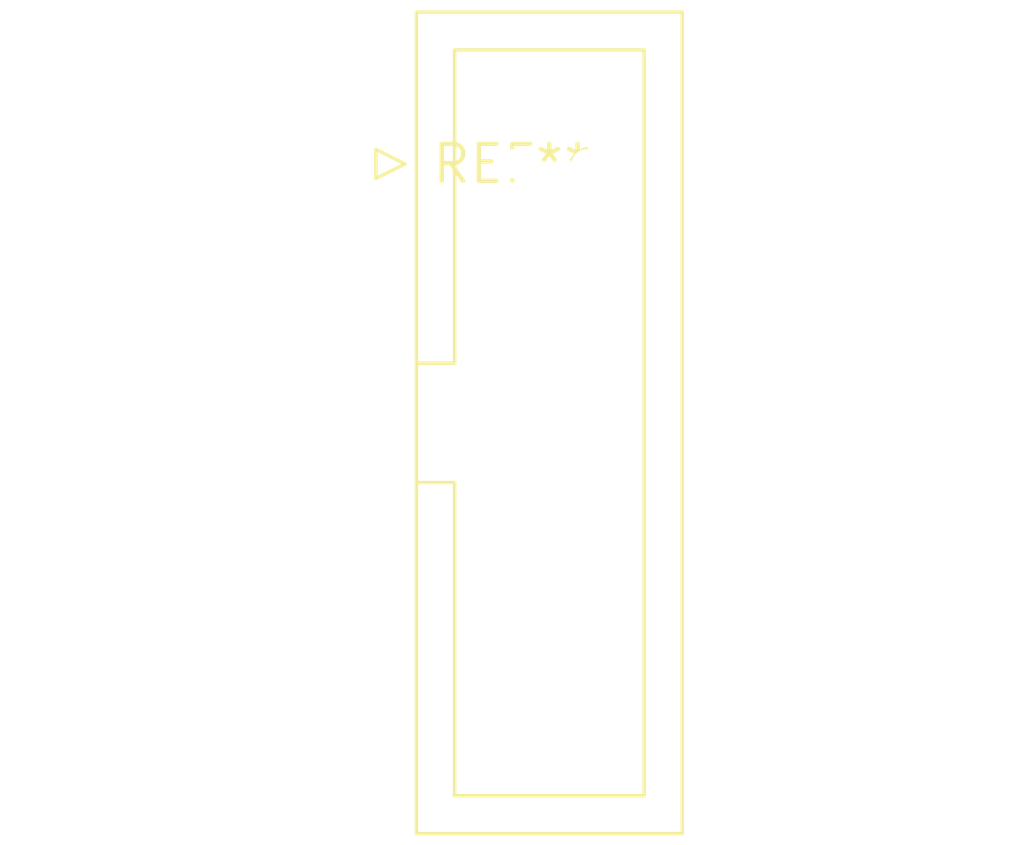
<source format=kicad_pcb>
(kicad_pcb (version 20240108) (generator pcbnew)
  (layers (0 "F.Cu" signal) (31 "B.Cu" signal) (34 "B.Paste" user) (35 "F.Paste" user) (36 "B.SilkS" user "B.Silkscreen") (37 "F.SilkS" user "F.Silkscreen") (38 "B.Mask" user) (39 "F.Mask" user) (44 "Edge.Cuts" user))
  (net 0 "")
  (footprint "IDC-Header_2x08_P2.54mm_Vertical" (layer "F.Cu") (at 0 0)
    (property "Reference" "REF**")
    (property "Value" "IDC-Header_2x08_P2.54mm_Vertical")
    (fp_line (start -4.68 -0.5) (end -4.68 0.5) (layer "F.SilkS") (stroke (width 0.12)))
    (fp_line (start -4.68 0.5) (end -3.68 0) (layer "F.SilkS") (stroke (width 0.12)))
    (fp_line (start -3.68 0) (end -4.68 -0.5) (layer "F.SilkS") (stroke (width 0.12)))
    (fp_line (start -3.29 -5.21) (end 5.83 -5.21) (layer "F.SilkS") (stroke (width 0.12)))
    (fp_line (start -3.29 6.84) (end -1.98 6.84) (layer "F.SilkS") (stroke (width 0.12)))
    (fp_line (start -3.29 22.99) (end -3.29 -5.21) (layer "F.SilkS") (stroke (width 0.12)))
    (fp_line (start -1.98 -3.91) (end 4.52 -3.91) (layer "F.SilkS") (stroke (width 0.12)))
    (fp_line (start -1.98 6.84) (end -1.98 -3.91) (layer "F.SilkS") (stroke (width 0.12)))
    (fp_line (start -1.98 10.94) (end -3.29 10.94) (layer "F.SilkS") (stroke (width 0.12)))
    (fp_line (start -1.98 10.94) (end -1.98 10.94) (layer "F.SilkS") (stroke (width 0.12)))
    (fp_line (start -1.98 21.69) (end -1.98 10.94) (layer "F.SilkS") (stroke (width 0.12)))
    (fp_line (start 4.52 -3.91) (end 4.52 21.69) (layer "F.SilkS") (stroke (width 0.12)))
    (fp_line (start 4.52 21.69) (end -1.98 21.69) (layer "F.SilkS") (stroke (width 0.12)))
    (fp_line (start 5.83 -5.21) (end 5.83 22.99) (layer "F.SilkS") (stroke (width 0.12)))
    (fp_line (start 5.83 22.99) (end -3.29 22.99) (layer "F.SilkS") (stroke (width 0.12)))
    (pad "1" thru_hole roundrect (at 0 0) (size 1.7 1.7) (drill 1) (layers *.Cu *.Mask) (remove_unused_layers) (roundrect_rratio 0.147059))
    (pad "2" thru_hole circle (at 2.54 0) (size 1.7 1.7) (drill 1) (layers *.Cu *.Mask) (remove_unused_layers))
    (pad "3" thru_hole circle (at 0 2.54) (size 1.7 1.7) (drill 1) (layers *.Cu *.Mask) (remove_unused_layers))
    (pad "4" thru_hole circle (at 2.54 2.54) (size 1.7 1.7) (drill 1) (layers *.Cu *.Mask) (remove_unused_layers))
    (pad "5" thru_hole circle (at 0 5.08) (size 1.7 1.7) (drill 1) (layers *.Cu *.Mask) (remove_unused_layers))
    (pad "6" thru_hole circle (at 2.54 5.08) (size 1.7 1.7) (drill 1) (layers *.Cu *.Mask) (remove_unused_layers))
    (pad "7" thru_hole circle (at 0 7.62) (size 1.7 1.7) (drill 1) (layers *.Cu *.Mask) (remove_unused_layers))
    (pad "8" thru_hole circle (at 2.54 7.62) (size 1.7 1.7) (drill 1) (layers *.Cu *.Mask) (remove_unused_layers))
    (pad "9" thru_hole circle (at 0 10.16) (size 1.7 1.7) (drill 1) (layers *.Cu *.Mask) (remove_unused_layers))
    (pad "10" thru_hole circle (at 2.54 10.16) (size 1.7 1.7) (drill 1) (layers *.Cu *.Mask) (remove_unused_layers))
    (pad "11" thru_hole circle (at 0 12.7) (size 1.7 1.7) (drill 1) (layers *.Cu *.Mask) (remove_unused_layers))
    (pad "12" thru_hole circle (at 2.54 12.7) (size 1.7 1.7) (drill 1) (layers *.Cu *.Mask) (remove_unused_layers))
    (pad "13" thru_hole circle (at 0 15.24) (size 1.7 1.7) (drill 1) (layers *.Cu *.Mask) (remove_unused_layers))
    (pad "14" thru_hole circle (at 2.54 15.24) (size 1.7 1.7) (drill 1) (layers *.Cu *.Mask) (remove_unused_layers))
    (pad "15" thru_hole circle (at 0 17.78) (size 1.7 1.7) (drill 1) (layers *.Cu *.Mask) (remove_unused_layers))
    (pad "16" thru_hole circle (at 2.54 17.78) (size 1.7 1.7) (drill 1) (layers *.Cu *.Mask) (remove_unused_layers))
  )
)
</source>
